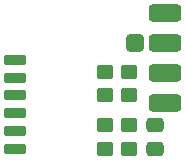
<source format=gbr>
%TF.GenerationSoftware,KiCad,Pcbnew,(6.0.7)*%
%TF.CreationDate,2023-04-20T23:19:39+02:00*%
%TF.ProjectId,gosund-esp-adapter,676f7375-6e64-42d6-9573-702d61646170,rev?*%
%TF.SameCoordinates,Original*%
%TF.FileFunction,Paste,Bot*%
%TF.FilePolarity,Positive*%
%FSLAX46Y46*%
G04 Gerber Fmt 4.6, Leading zero omitted, Abs format (unit mm)*
G04 Created by KiCad (PCBNEW (6.0.7)) date 2023-04-20 23:19:39*
%MOMM*%
%LPD*%
G01*
G04 APERTURE LIST*
G04 Aperture macros list*
%AMRoundRect*
0 Rectangle with rounded corners*
0 $1 Rounding radius*
0 $2 $3 $4 $5 $6 $7 $8 $9 X,Y pos of 4 corners*
0 Add a 4 corners polygon primitive as box body*
4,1,4,$2,$3,$4,$5,$6,$7,$8,$9,$2,$3,0*
0 Add four circle primitives for the rounded corners*
1,1,$1+$1,$2,$3*
1,1,$1+$1,$4,$5*
1,1,$1+$1,$6,$7*
1,1,$1+$1,$8,$9*
0 Add four rect primitives between the rounded corners*
20,1,$1+$1,$2,$3,$4,$5,0*
20,1,$1+$1,$4,$5,$6,$7,0*
20,1,$1+$1,$6,$7,$8,$9,0*
20,1,$1+$1,$8,$9,$2,$3,0*%
G04 Aperture macros list end*
%ADD10RoundRect,0.090000X-0.810000X-0.360000X0.810000X-0.360000X0.810000X0.360000X-0.810000X0.360000X0*%
%ADD11RoundRect,0.250000X0.450000X-0.350000X0.450000X0.350000X-0.450000X0.350000X-0.450000X-0.350000X0*%
%ADD12RoundRect,0.381000X0.381000X-0.381000X0.381000X0.381000X-0.381000X0.381000X-0.381000X-0.381000X0*%
%ADD13RoundRect,0.250000X-0.450000X0.350000X-0.450000X-0.350000X0.450000X-0.350000X0.450000X0.350000X0*%
%ADD14RoundRect,0.250000X0.475000X-0.337500X0.475000X0.337500X-0.475000X0.337500X-0.475000X-0.337500X0*%
%ADD15RoundRect,0.381000X-1.012000X-0.381000X1.012000X-0.381000X1.012000X0.381000X-1.012000X0.381000X0*%
G04 APERTURE END LIST*
D10*
%TO.C,J1*%
X139435000Y-94246000D03*
X139435000Y-92746000D03*
X139435000Y-91246000D03*
X139435000Y-89746000D03*
X139435000Y-88246000D03*
X139435000Y-86746000D03*
%TD*%
D11*
%TO.C,R1*%
X149098000Y-94268800D03*
X149098000Y-92268800D03*
%TD*%
%TO.C,R3*%
X149098000Y-89747600D03*
X149098000Y-87747600D03*
%TD*%
%TO.C,R2*%
X147066000Y-94268800D03*
X147066000Y-92268800D03*
%TD*%
D12*
%TO.C,J3*%
X149606000Y-85293200D03*
%TD*%
D13*
%TO.C,R4*%
X147066000Y-87747600D03*
X147066000Y-89747600D03*
%TD*%
D14*
%TO.C,C1*%
X151282400Y-94306300D03*
X151282400Y-92231300D03*
%TD*%
D15*
%TO.C,J2*%
X152146000Y-82753200D03*
X152146000Y-85293200D03*
X152146000Y-87833200D03*
X152146000Y-90373200D03*
%TD*%
M02*

</source>
